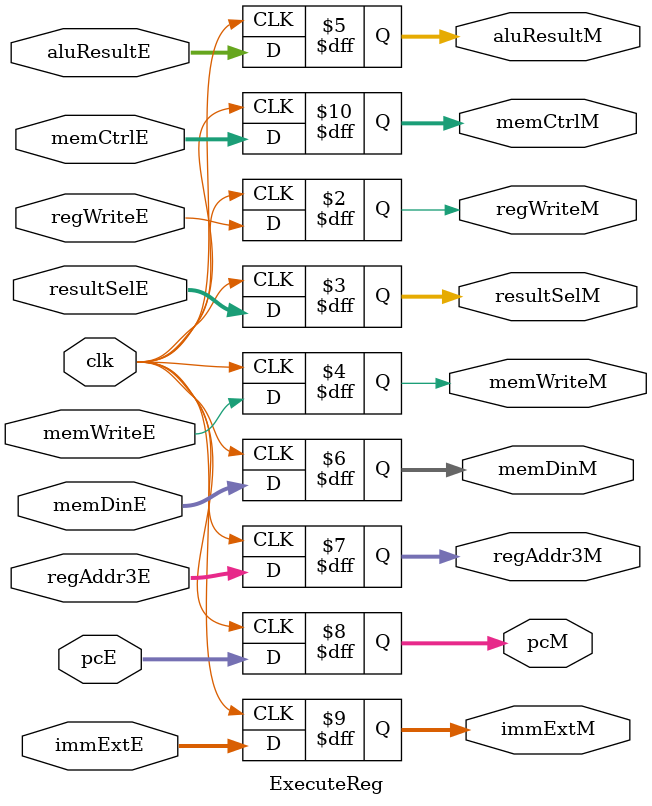
<source format=sv>
module ExecuteReg #(
    parameter DATA_WIDTH=32,ROM_WIDTH=12, RF_WIDTH=5
)(
    input logic clk,
    input logic regWriteE,
    input logic [1:0] resultSelE,
    input logic memWriteE,
    input logic [DATA_WIDTH-1:0] aluResultE,
    input logic [DATA_WIDTH-1:0] memDinE,
    input logic [RF_WIDTH-1:0] regAddr3E,
    input logic [ROM_WIDTH-1:0] pcE,
    input logic [DATA_WIDTH-1:0] immExtE,
    input logic [2:0] memCtrlE,
    output logic regWriteM,
    output logic [1:0] resultSelM,
    output logic memWriteM,
    output logic [DATA_WIDTH-1:0] aluResultM,
    output logic [DATA_WIDTH-1:0] memDinM,
    output logic [RF_WIDTH-1:0] regAddr3M,
    output logic [ROM_WIDTH-1:0] pcM,
    output logic [DATA_WIDTH-1:0] immExtM,
    output logic [2:0] memCtrlM);

always_ff @(posedge clk) begin
    regWriteM<= regWriteE;
    resultSelM<= resultSelE;
    memWriteM<= memWriteE;
    aluResultM<= aluResultE;
    memDinM<= memDinE;
    regAddr3M<= regAddr3E;
    pcM<= pcE;
    immExtM<=immExtE;
    memCtrlM<=memCtrlE;
end

endmodule


</source>
